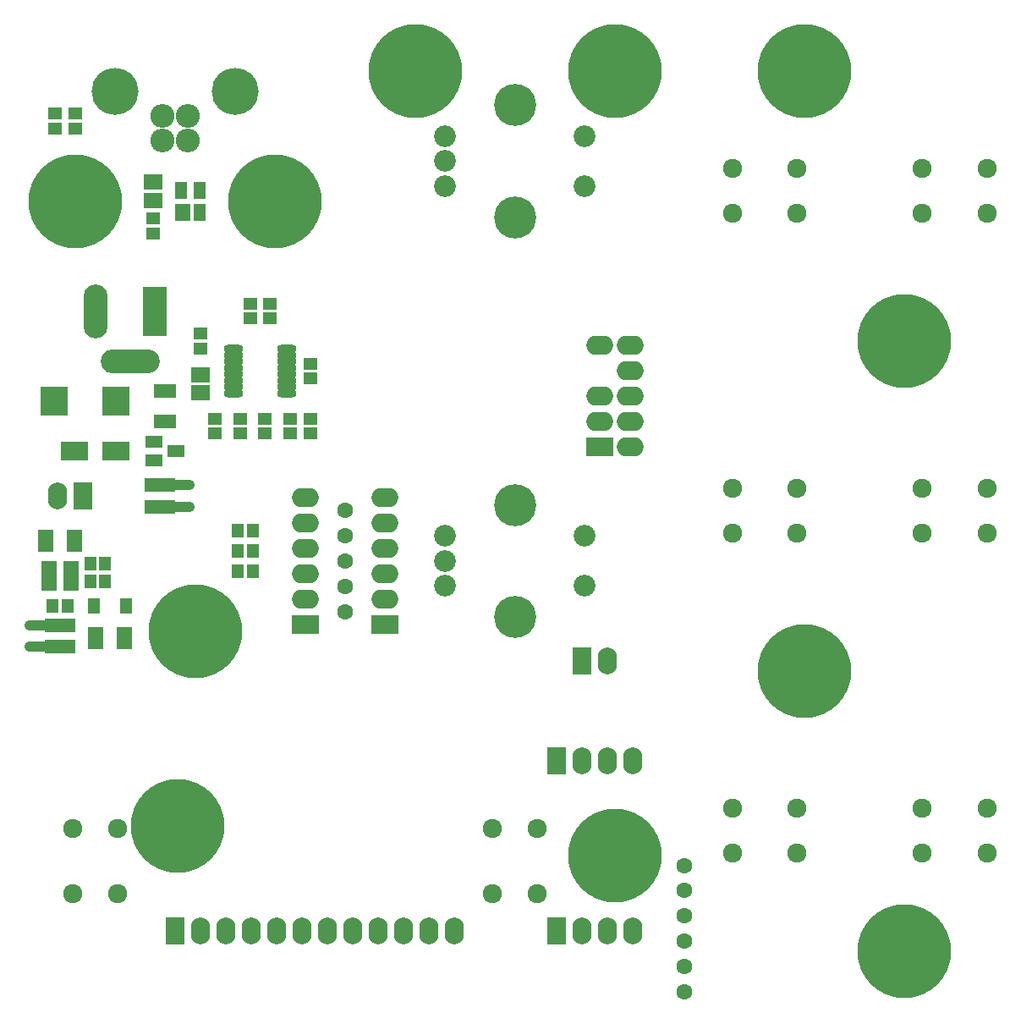
<source format=gts>
G04 #@! TF.FileFunction,Soldermask,Top*
%FSLAX46Y46*%
G04 Gerber Fmt 4.6, Leading zero omitted, Abs format (unit mm)*
G04 Created by KiCad (PCBNEW (2015-11-18 BZR 6323, Git 5ab5a1f)-product) date Thu 19 Nov 2015 11:51:04 PM EST*
%MOMM*%
G01*
G04 APERTURE LIST*
%ADD10C,0.100000*%
%ADD11C,1.000000*%
%ADD12R,2.686000X1.924000*%
%ADD13O,2.686000X1.924000*%
%ADD14R,2.400000X4.900000*%
%ADD15O,2.400000X5.400000*%
%ADD16O,5.900000X2.400000*%
%ADD17R,1.924000X2.686000*%
%ADD18O,1.924000X2.686000*%
%ADD19C,1.600000*%
%ADD20C,9.400000*%
%ADD21C,1.400000*%
%ADD22R,1.350000X1.300000*%
%ADD23R,1.300000X1.350000*%
%ADD24R,1.850000X1.550000*%
%ADD25R,1.500000X1.700000*%
%ADD26R,1.300000X1.700000*%
%ADD27C,4.700000*%
%ADD28O,2.400000X2.400000*%
%ADD29R,1.700000X1.300000*%
%ADD30R,1.700000X1.200000*%
%ADD31R,1.400000X1.250000*%
%ADD32R,1.250000X1.400000*%
%ADD33R,2.200000X1.450000*%
%ADD34C,1.924000*%
%ADD35C,2.178000*%
%ADD36C,4.210000*%
%ADD37O,1.950000X0.800000*%
%ADD38R,1.600000X2.200000*%
%ADD39R,3.100000X1.400000*%
%ADD40R,1.500000X1.000000*%
%ADD41R,1.300000X1.600000*%
%ADD42R,2.750000X2.850000*%
%ADD43R,2.800000X1.950000*%
G04 APERTURE END LIST*
D10*
D11*
X14500000Y-47400000D02*
X17400000Y-47400000D01*
X14500000Y-49600000D02*
X17400000Y-49600000D01*
X4500000Y-63600000D02*
X1400000Y-63600000D01*
X4500000Y-61400000D02*
X1400000Y-61400000D01*
D12*
X58476000Y-43580000D03*
D13*
X58476000Y-41040000D03*
X58476000Y-38500000D03*
X58476000Y-33420000D03*
X61524000Y-43580000D03*
X61524000Y-41040000D03*
X61524000Y-38500000D03*
X61524000Y-35960000D03*
X61524000Y-33420000D03*
D14*
X14000000Y-30000000D03*
D15*
X8000000Y-30000000D03*
D16*
X11500000Y-35000000D03*
D17*
X54190000Y-92000000D03*
D18*
X56730000Y-92000000D03*
X59270000Y-92000000D03*
X61810000Y-92000000D03*
D19*
X67000000Y-85500000D03*
X67000000Y-98080000D03*
X67000000Y-87920000D03*
X67000000Y-95540000D03*
X67000000Y-90460000D03*
X67000000Y-93000000D03*
D20*
X79000000Y-6000000D03*
D21*
X79000000Y-3000000D03*
X81600000Y-4500000D03*
X81600000Y-7500000D03*
X79000000Y-9000000D03*
X76400000Y-7500000D03*
X76400000Y-4500000D03*
D20*
X89000000Y-33000000D03*
D21*
X89000000Y-30000000D03*
X91600000Y-31500000D03*
X91600000Y-34500000D03*
X89000000Y-36000000D03*
X86400000Y-34500000D03*
X86400000Y-31500000D03*
D20*
X79000000Y-66000000D03*
D21*
X79000000Y-63000000D03*
X81600000Y-64500000D03*
X81600000Y-67500000D03*
X79000000Y-69000000D03*
X76400000Y-67500000D03*
X76400000Y-64500000D03*
D20*
X89000000Y-94000000D03*
D21*
X89000000Y-91000000D03*
X91600000Y-92500000D03*
X91600000Y-95500000D03*
X89000000Y-97000000D03*
X86400000Y-95500000D03*
X86400000Y-92500000D03*
D20*
X60000000Y-6000000D03*
D21*
X60000000Y-3000000D03*
X62600000Y-4500000D03*
X62600000Y-7500000D03*
X60000000Y-9000000D03*
X57400000Y-7500000D03*
X57400000Y-4500000D03*
D20*
X40000000Y-6000000D03*
D21*
X40000000Y-3000000D03*
X42600000Y-4500000D03*
X42600000Y-7500000D03*
X40000000Y-9000000D03*
X37400000Y-7500000D03*
X37400000Y-4500000D03*
D20*
X60000000Y-84500000D03*
D21*
X60000000Y-81500000D03*
X62600000Y-83000000D03*
X62600000Y-86000000D03*
X60000000Y-87500000D03*
X57400000Y-86000000D03*
X57400000Y-83000000D03*
D20*
X16250000Y-81500000D03*
D21*
X16250000Y-78500000D03*
X18850000Y-80000000D03*
X18850000Y-83000000D03*
X16250000Y-84500000D03*
X13650000Y-83000000D03*
X13650000Y-80000000D03*
D19*
X33000000Y-49920000D03*
X33000000Y-52460000D03*
X33000000Y-55000000D03*
X33000000Y-57540000D03*
X33000000Y-60080000D03*
D22*
X6000000Y-10250000D03*
X6000000Y-11750000D03*
X18500000Y-33750000D03*
X18500000Y-32250000D03*
X29500000Y-36750000D03*
X29500000Y-35250000D03*
D23*
X22250000Y-52000000D03*
X23750000Y-52000000D03*
D22*
X25000000Y-42250000D03*
X25000000Y-40750000D03*
D24*
X18500000Y-36350000D03*
X18500000Y-38150000D03*
D25*
X16750000Y-20100000D03*
D26*
X18450000Y-20100000D03*
X18450000Y-17900000D03*
X16550000Y-17900000D03*
D27*
X22020000Y-8000000D03*
X9980000Y-8000000D03*
D28*
X14750000Y-12960000D03*
X17250000Y-12960000D03*
X17250000Y-10460000D03*
X14750000Y-10460000D03*
D29*
X13900000Y-43050000D03*
X13900000Y-44950000D03*
D30*
X16100000Y-44000000D03*
D31*
X4000000Y-10250000D03*
X4000000Y-11750000D03*
X20000000Y-42250000D03*
X20000000Y-40750000D03*
X22500000Y-42250000D03*
X22500000Y-40750000D03*
X23500000Y-30750000D03*
X23500000Y-29250000D03*
X25500000Y-30750000D03*
X25500000Y-29250000D03*
X27500000Y-42250000D03*
X27500000Y-40750000D03*
D32*
X23750000Y-54000000D03*
X22250000Y-54000000D03*
D33*
X15000000Y-41000000D03*
X15000000Y-38000000D03*
D34*
X71748800Y-84250440D03*
X78251200Y-84250440D03*
X71748800Y-79749560D03*
X78251200Y-79749560D03*
X90748800Y-84250440D03*
X97251200Y-84250440D03*
X90748800Y-79749560D03*
X97251200Y-79749560D03*
X71748800Y-52250440D03*
X78251200Y-52250440D03*
X71748800Y-47749560D03*
X78251200Y-47749560D03*
X71748800Y-20250440D03*
X78251200Y-20250440D03*
X71748800Y-15749560D03*
X78251200Y-15749560D03*
X90748800Y-20250440D03*
X97251200Y-20250440D03*
X90748800Y-15749560D03*
X97251200Y-15749560D03*
D35*
X42999760Y-15000000D03*
X42999760Y-17499360D03*
X42999760Y-12500640D03*
X57000240Y-17499360D03*
X57000240Y-12500640D03*
D36*
X50000000Y-20600700D03*
X50000000Y-9399300D03*
D35*
X42999760Y-55000000D03*
X42999760Y-57499360D03*
X42999760Y-52500640D03*
X57000240Y-57499360D03*
X57000240Y-52500640D03*
D36*
X50000000Y-60600700D03*
X50000000Y-49399300D03*
D34*
X47749560Y-81748800D03*
X47749560Y-88251200D03*
X52250440Y-81748800D03*
X52250440Y-88251200D03*
D37*
X27200000Y-38205000D03*
X27200000Y-37575000D03*
X27200000Y-36945000D03*
X27200000Y-36315000D03*
X27200000Y-35685000D03*
X27200000Y-35055000D03*
X27200000Y-34425000D03*
X27200000Y-33795000D03*
X21800000Y-33795000D03*
X21800000Y-34425000D03*
X21800000Y-35055000D03*
X21800000Y-35685000D03*
X21800000Y-36315000D03*
X21800000Y-36945000D03*
X21800000Y-37575000D03*
X21800000Y-38205000D03*
D17*
X16030000Y-92000000D03*
D18*
X18570000Y-92000000D03*
X21110000Y-92000000D03*
X23650000Y-92000000D03*
X26190000Y-92000000D03*
X28730000Y-92000000D03*
X31270000Y-92000000D03*
X33810000Y-92000000D03*
X36350000Y-92000000D03*
X38890000Y-92000000D03*
X41430000Y-92000000D03*
X43970000Y-92000000D03*
D20*
X6000000Y-19000000D03*
D21*
X6000000Y-16000000D03*
X8600000Y-17500000D03*
X8600000Y-20500000D03*
X6000000Y-22000000D03*
X3400000Y-20500000D03*
X3400000Y-17500000D03*
D20*
X26000000Y-19000000D03*
D21*
X26000000Y-16000000D03*
X28600000Y-17500000D03*
X28600000Y-20500000D03*
X26000000Y-22000000D03*
X23400000Y-20500000D03*
X23400000Y-17500000D03*
D20*
X18000000Y-62000000D03*
D21*
X18000000Y-59000000D03*
X20600000Y-60500000D03*
X20600000Y-63500000D03*
X18000000Y-65000000D03*
X15400000Y-63500000D03*
X15400000Y-60500000D03*
D32*
X23750000Y-56000000D03*
X22250000Y-56000000D03*
D31*
X29500000Y-42250000D03*
X29500000Y-40750000D03*
D17*
X54190000Y-75000000D03*
D18*
X56730000Y-75000000D03*
X59270000Y-75000000D03*
X61810000Y-75000000D03*
D12*
X37000000Y-61350000D03*
D13*
X37000000Y-58810000D03*
X37000000Y-56270000D03*
X37000000Y-53730000D03*
X37000000Y-51190000D03*
X37000000Y-48650000D03*
D12*
X29000000Y-61350000D03*
D13*
X29000000Y-58810000D03*
X29000000Y-56270000D03*
X29000000Y-53730000D03*
X29000000Y-51190000D03*
X29000000Y-48650000D03*
D34*
X90748800Y-52250440D03*
X97251200Y-52250440D03*
X90748800Y-47749560D03*
X97251200Y-47749560D03*
X10250440Y-88251200D03*
X10250440Y-81748800D03*
X5749560Y-88251200D03*
X5749560Y-81748800D03*
D38*
X3050000Y-53000000D03*
X5950000Y-53000000D03*
D23*
X3750000Y-59500000D03*
X5250000Y-59500000D03*
D38*
X8050000Y-62750000D03*
X10950000Y-62750000D03*
D39*
X14500000Y-49600000D03*
X14500000Y-47400000D03*
X4500000Y-63600000D03*
X4500000Y-61400000D03*
D32*
X9000000Y-57000000D03*
X7500000Y-57000000D03*
X7500000Y-55250000D03*
X9000000Y-55250000D03*
D40*
X5600000Y-57450000D03*
X5600000Y-55550000D03*
X5600000Y-56500000D03*
X3400000Y-55550000D03*
X3400000Y-57450000D03*
X3400000Y-56500000D03*
D17*
X6770000Y-48500000D03*
D18*
X4230000Y-48500000D03*
D41*
X7900000Y-59500000D03*
X11100000Y-59500000D03*
D42*
X10100000Y-39000000D03*
X3900000Y-39000000D03*
D43*
X10100000Y-44000000D03*
X5900000Y-44000000D03*
D24*
X13750000Y-17100000D03*
X13750000Y-18900000D03*
D31*
X13750000Y-22250000D03*
X13750000Y-20750000D03*
D17*
X56730000Y-65000000D03*
D18*
X59270000Y-65000000D03*
M02*

</source>
